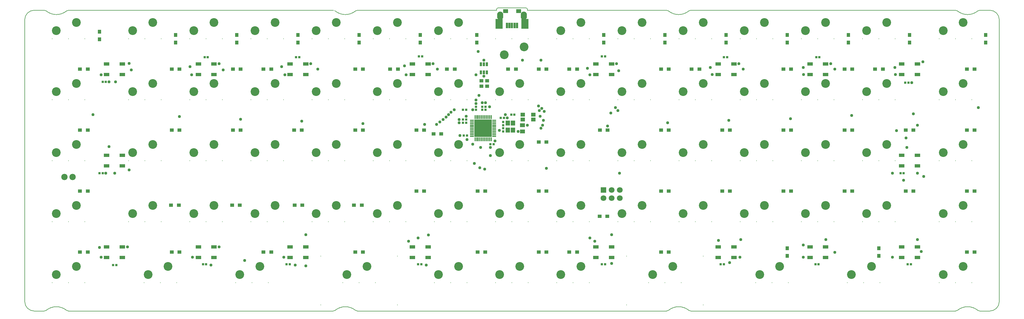
<source format=gbs>
G04*
G04 #@! TF.GenerationSoftware,Altium Limited,Altium Designer,20.2.6 (244)*
G04*
G04 Layer_Color=16711935*
%FSLAX43Y43*%
%MOMM*%
G71*
G04*
G04 #@! TF.SameCoordinates,1B96AE11-6956-4914-BCA9-E7287AB91291*
G04*
G04*
G04 #@! TF.FilePolarity,Negative*
G04*
G01*
G75*
%ADD10C,0.200*%
%ADD11C,0.013*%
%ADD12O,1.900X2.600*%
%ADD13C,2.740*%
%ADD14C,0.200*%
%ADD15R,1.800X1.800*%
%ADD16C,1.800*%
%ADD17C,1.978*%
%ADD18C,0.950*%
%ADD19C,0.900*%
%ADD52R,1.700X1.100*%
%ADD53R,0.700X1.800*%
%ADD54R,2.300X3.100*%
%ADD55R,1.500X1.200*%
%ADD56R,1.200X1.000*%
%ADD57R,0.800X0.800*%
%ADD58R,0.800X1.300*%
%ADD59R,1.000X1.200*%
%ADD60R,0.800X0.800*%
%ADD61R,1.200X1.100*%
%ADD62R,1.350X1.600*%
%ADD63R,1.600X1.200*%
%ADD64R,1.350X1.250*%
%ADD65R,5.500X5.500*%
%ADD66R,1.250X0.450*%
%ADD67R,0.450X1.250*%
D10*
X151775Y5900D02*
G03*
X148775Y8900I-3000J0D01*
G01*
Y-85098D02*
G03*
X151775Y-82098I0J3000D01*
G01*
X145083Y-84870D02*
G03*
X145718Y-85098I636J772D01*
G01*
X145083Y-84870D02*
G03*
X138727Y-84870I-3178J-3860D01*
G01*
X138092Y-85098D02*
G03*
X138727Y-84870I0J1000D01*
G01*
X55083D02*
G03*
X55718Y-85098I636J772D01*
G01*
X55083Y-84870D02*
G03*
X48727Y-84870I-3178J-3860D01*
G01*
X48092Y-85098D02*
G03*
X48727Y-84870I0J1000D01*
G01*
X-48727D02*
G03*
X-48092Y-85098I636J772D01*
G01*
X-48727Y-84870D02*
G03*
X-55083Y-84870I-3178J-3860D01*
G01*
X-55718Y-85098D02*
G03*
X-55083Y-84870I0J1000D01*
G01*
X-138727D02*
G03*
X-138092Y-85098I636J772D01*
G01*
X-138727Y-84870D02*
G03*
X-145083Y-84870I-3178J-3860D01*
G01*
X-145718Y-85098D02*
G03*
X-145083Y-84870I0J1000D01*
G01*
X-151775Y-82098D02*
G03*
X-148775Y-85098I3000J0D01*
G01*
Y8900D02*
G03*
X-151775Y5900I0J-3000D01*
G01*
X-145085Y8672D02*
G03*
X-145721Y8900I-636J-772D01*
G01*
X-145085Y8672D02*
G03*
X-138725Y8672I3180J3858D01*
G01*
X-138089Y8900D02*
G03*
X-138725Y8672I0J-1000D01*
G01*
X-55085D02*
G03*
X-48725Y8672I3180J3858D01*
G01*
X-48089Y8900D02*
G03*
X-48725Y8672I0J-1000D01*
G01*
X48725D02*
G03*
X48089Y8900I-636J-772D01*
G01*
X48725Y8672D02*
G03*
X55085Y8672I3180J3858D01*
G01*
X55721Y8900D02*
G03*
X55085Y8672I0J-1000D01*
G01*
X138725D02*
G03*
X138089Y8900I-636J-772D01*
G01*
X138725Y8672D02*
G03*
X145085Y8672I3180J3858D01*
G01*
X145721Y8900D02*
G03*
X145085Y8672I0J-1000D01*
G01*
X-4325Y9620D02*
G03*
X-4825Y9120I0J-500D01*
G01*
X4825Y9120D02*
G03*
X4325Y9620I-500J0D01*
G01*
X4825Y8900D02*
Y9120D01*
X151775Y-82098D02*
Y5900D01*
X145718Y-85098D02*
X148775D01*
X-151775Y-82098D02*
Y5900D01*
X-148775Y8900D02*
X-145721D01*
X-4825D02*
Y9120D01*
X-4325Y9620D02*
X4325D01*
X4825Y8900D02*
X48089D01*
X-48092Y-85098D02*
X48092D01*
X-138092D02*
X-55718D01*
X-148775D02*
X-145718D01*
X55718D02*
X138092D01*
X-48089Y8900D02*
X-4825D01*
X-138089D02*
X-55721D01*
X145721D02*
X148775D01*
X55721D02*
X138089D01*
D11*
X-55085Y8672D02*
G03*
X-55721Y8900I-636J-772D01*
G01*
D12*
X-3650Y7200D02*
D03*
X3650D02*
D03*
D13*
X59569Y-52129D02*
D03*
X53340Y-54610D02*
D03*
X-2419Y-5021D02*
D03*
X3810Y-2540D02*
D03*
X110490Y2540D02*
D03*
X116719Y5021D02*
D03*
Y-14029D02*
D03*
X110490Y-16510D02*
D03*
X-141923Y-35560D02*
D03*
X-135694Y-33079D02*
D03*
X110490Y-35560D02*
D03*
X116719Y-33079D02*
D03*
X134303Y-35560D02*
D03*
X140531Y-33079D02*
D03*
X15240Y-73660D02*
D03*
X21469Y-71179D02*
D03*
X50044D02*
D03*
X43815Y-73660D02*
D03*
X140531Y-71179D02*
D03*
X134303Y-73660D02*
D03*
X140531Y-14029D02*
D03*
X134303Y-16510D02*
D03*
X-51435Y-73660D02*
D03*
X-45206Y-71179D02*
D03*
X-118110Y2540D02*
D03*
X-111881Y5021D02*
D03*
X-92831D02*
D03*
X-99060Y2540D02*
D03*
X-80010D02*
D03*
X-73781Y5021D02*
D03*
X-54731D02*
D03*
X-60960Y2540D02*
D03*
X-41910D02*
D03*
X-35681Y5021D02*
D03*
X-16631D02*
D03*
X-22860Y2540D02*
D03*
X15240D02*
D03*
X21469Y5021D02*
D03*
X40519D02*
D03*
X34290Y2540D02*
D03*
X53340D02*
D03*
X59569Y5021D02*
D03*
X78619D02*
D03*
X72390Y2540D02*
D03*
X91440D02*
D03*
X97669Y5021D02*
D03*
X105728Y-73660D02*
D03*
X111956Y-71179D02*
D03*
X77152Y-73660D02*
D03*
X83381Y-71179D02*
D03*
X2419D02*
D03*
X-3810Y-73660D02*
D03*
X-16631Y-71179D02*
D03*
X-22860Y-73660D02*
D03*
X-84772D02*
D03*
X-78544Y-71179D02*
D03*
X-113348Y-73660D02*
D03*
X-107119Y-71179D02*
D03*
X-141923Y-73660D02*
D03*
X-135694Y-71179D02*
D03*
X-141923Y-54610D02*
D03*
X-135694Y-52129D02*
D03*
X-111881D02*
D03*
X-118110Y-54610D02*
D03*
X-92831Y-52129D02*
D03*
X-99060Y-54610D02*
D03*
X-73781Y-52129D02*
D03*
X-80010Y-54610D02*
D03*
X-54731Y-52129D02*
D03*
X-60960Y-54610D02*
D03*
X-35681Y-52129D02*
D03*
X-41910Y-54610D02*
D03*
X-16631Y-52129D02*
D03*
X-22860Y-54610D02*
D03*
X2419Y-52129D02*
D03*
X-3810Y-54610D02*
D03*
X21469Y-52129D02*
D03*
X15240Y-54610D02*
D03*
X40519Y-52129D02*
D03*
X34290Y-54610D02*
D03*
X78619Y-52129D02*
D03*
X72390Y-54610D02*
D03*
X97669Y-52129D02*
D03*
X91440Y-54610D02*
D03*
X116719Y-52129D02*
D03*
X110490Y-54610D02*
D03*
X134303D02*
D03*
X140531Y-52129D02*
D03*
X97669Y-33079D02*
D03*
X91440Y-35560D02*
D03*
X78619Y-33079D02*
D03*
X72390Y-35560D02*
D03*
X59569Y-33079D02*
D03*
X53340Y-35560D02*
D03*
X40519Y-33079D02*
D03*
X34290Y-35560D02*
D03*
X21469Y-33079D02*
D03*
X15240Y-35560D02*
D03*
X2419Y-33079D02*
D03*
X-3810Y-35560D02*
D03*
X-16631Y-33079D02*
D03*
X-22860Y-35560D02*
D03*
X-35681Y-33079D02*
D03*
X-41910Y-35560D02*
D03*
X-54731Y-33079D02*
D03*
X-60960Y-35560D02*
D03*
X-73781Y-33079D02*
D03*
X-80010Y-35560D02*
D03*
X-92831Y-33079D02*
D03*
X-99060Y-35560D02*
D03*
X-111881Y-33079D02*
D03*
X-118110Y-35560D02*
D03*
X-141923Y-16510D02*
D03*
X-135694Y-14029D02*
D03*
X-118110Y-16510D02*
D03*
X-111881Y-14029D02*
D03*
X-99060Y-16510D02*
D03*
X-92831Y-14029D02*
D03*
X-80010Y-16510D02*
D03*
X-73781Y-14029D02*
D03*
X-60960Y-16510D02*
D03*
X-54731Y-14029D02*
D03*
X-41910Y-16510D02*
D03*
X-35681Y-14029D02*
D03*
X-22860Y-16510D02*
D03*
X-16631Y-14029D02*
D03*
X-3810Y-16510D02*
D03*
X2419Y-14029D02*
D03*
X15240Y-16510D02*
D03*
X21469Y-14029D02*
D03*
X34290Y-16510D02*
D03*
X40519Y-14029D02*
D03*
X53340Y-16510D02*
D03*
X59569Y-14029D02*
D03*
X72390Y-16510D02*
D03*
X78619Y-14029D02*
D03*
X91440Y-16510D02*
D03*
X97669Y-14029D02*
D03*
X134303Y2540D02*
D03*
X140531Y5021D02*
D03*
X-141923Y2540D02*
D03*
X-135694Y5021D02*
D03*
D14*
X62230Y-57150D02*
D03*
X52070D02*
D03*
X57150D02*
D03*
X-5080Y0D02*
D03*
X5080D02*
D03*
X0D02*
D03*
X114300D02*
D03*
X109220D02*
D03*
X119380D02*
D03*
Y-19050D02*
D03*
X109220D02*
D03*
X114300D02*
D03*
X-138113Y-38100D02*
D03*
X-143193D02*
D03*
X-133033D02*
D03*
X114300D02*
D03*
X109220D02*
D03*
X119380D02*
D03*
X138113D02*
D03*
X133033D02*
D03*
X143193D02*
D03*
X19050Y-76200D02*
D03*
X13970D02*
D03*
X24130D02*
D03*
X52705D02*
D03*
X42545D02*
D03*
X47625D02*
D03*
X35687Y-83185D02*
D03*
Y-67945D02*
D03*
X59563Y-83185D02*
D03*
Y-67945D02*
D03*
X143193Y-76200D02*
D03*
X133033D02*
D03*
X138113D02*
D03*
X143193Y-19050D02*
D03*
X133033D02*
D03*
X138113D02*
D03*
X-35687Y-67945D02*
D03*
Y-83185D02*
D03*
X-59563Y-67945D02*
D03*
Y-83185D02*
D03*
X-47625Y-76200D02*
D03*
X-52705D02*
D03*
X-42545D02*
D03*
X-114300Y0D02*
D03*
X-119380D02*
D03*
X-109220D02*
D03*
X-90170D02*
D03*
X-100330D02*
D03*
X-95250D02*
D03*
X-76200D02*
D03*
X-81280D02*
D03*
X-71120D02*
D03*
X-52070D02*
D03*
X-62230D02*
D03*
X-57150D02*
D03*
X-38100D02*
D03*
X-43180D02*
D03*
X-33020D02*
D03*
X-13970D02*
D03*
X-24130D02*
D03*
X-19050D02*
D03*
X19050D02*
D03*
X13970D02*
D03*
X24130D02*
D03*
X43180D02*
D03*
X33020D02*
D03*
X38100D02*
D03*
X57150D02*
D03*
X52070D02*
D03*
X62230D02*
D03*
X81280D02*
D03*
X71120D02*
D03*
X76200D02*
D03*
X95250D02*
D03*
X90170D02*
D03*
X100330D02*
D03*
X109537Y-76200D02*
D03*
X104457D02*
D03*
X114618D02*
D03*
X80963D02*
D03*
X75882D02*
D03*
X86043D02*
D03*
X5080D02*
D03*
X-5080D02*
D03*
X0D02*
D03*
X-13970D02*
D03*
X-24130D02*
D03*
X-19050D02*
D03*
X-80963D02*
D03*
X-86043D02*
D03*
X-75882D02*
D03*
X-109537D02*
D03*
X-114618D02*
D03*
X-104457D02*
D03*
X-138113D02*
D03*
X-143193D02*
D03*
X-133033D02*
D03*
X-138113Y-57150D02*
D03*
X-143193D02*
D03*
X-133033D02*
D03*
X-109220D02*
D03*
X-119380D02*
D03*
X-114300D02*
D03*
X-90170D02*
D03*
X-100330D02*
D03*
X-95250D02*
D03*
X-71120D02*
D03*
X-81280D02*
D03*
X-76200D02*
D03*
X-52070D02*
D03*
X-62230D02*
D03*
X-57150D02*
D03*
X-33020D02*
D03*
X-43180D02*
D03*
X-38100D02*
D03*
X-13970D02*
D03*
X-24130D02*
D03*
X-19050D02*
D03*
X5080D02*
D03*
X-5080D02*
D03*
X0D02*
D03*
X24130D02*
D03*
X13970D02*
D03*
X19050D02*
D03*
X43180D02*
D03*
X33020D02*
D03*
X38100D02*
D03*
X81280D02*
D03*
X71120D02*
D03*
X76200D02*
D03*
X100330D02*
D03*
X90170D02*
D03*
X95250D02*
D03*
X119380D02*
D03*
X109220D02*
D03*
X114300D02*
D03*
X138113D02*
D03*
X133033D02*
D03*
X143193D02*
D03*
X100330Y-38100D02*
D03*
X90170D02*
D03*
X95250D02*
D03*
X81280D02*
D03*
X71120D02*
D03*
X76200D02*
D03*
X62230D02*
D03*
X52070D02*
D03*
X57150D02*
D03*
X43180D02*
D03*
X33020D02*
D03*
X38100D02*
D03*
X24130D02*
D03*
X13970D02*
D03*
X19050D02*
D03*
X5080D02*
D03*
X-5080D02*
D03*
X0D02*
D03*
X-13970D02*
D03*
X-24130D02*
D03*
X-19050D02*
D03*
X-33020D02*
D03*
X-43180D02*
D03*
X-38100D02*
D03*
X-52070D02*
D03*
X-62230D02*
D03*
X-57150D02*
D03*
X-71120D02*
D03*
X-81280D02*
D03*
X-76200D02*
D03*
X-90170D02*
D03*
X-100330D02*
D03*
X-95250D02*
D03*
X-109220D02*
D03*
X-119380D02*
D03*
X-114300D02*
D03*
X-138113Y-19050D02*
D03*
X-143193D02*
D03*
X-133033D02*
D03*
X-114300D02*
D03*
X-119380D02*
D03*
X-109220D02*
D03*
X-95250D02*
D03*
X-100330D02*
D03*
X-90170D02*
D03*
X-76200D02*
D03*
X-81280D02*
D03*
X-71120D02*
D03*
X-57150D02*
D03*
X-62230D02*
D03*
X-52070D02*
D03*
X-38100D02*
D03*
X-43180D02*
D03*
X-33020D02*
D03*
X-19050D02*
D03*
X-24130D02*
D03*
X-13970D02*
D03*
X0D02*
D03*
X-5080D02*
D03*
X5080D02*
D03*
X19050D02*
D03*
X13970D02*
D03*
X24130D02*
D03*
X38100D02*
D03*
X33020D02*
D03*
X43180D02*
D03*
X57150D02*
D03*
X52070D02*
D03*
X62230D02*
D03*
X76200D02*
D03*
X71120D02*
D03*
X81280D02*
D03*
X95250D02*
D03*
X90170D02*
D03*
X100330D02*
D03*
X138113Y0D02*
D03*
X133033D02*
D03*
X143193D02*
D03*
X-138113D02*
D03*
X-143193D02*
D03*
X-133033D02*
D03*
D15*
X28460Y-47230D02*
D03*
D16*
Y-49770D02*
D03*
X31000Y-47230D02*
D03*
Y-49770D02*
D03*
X33540Y-47230D02*
D03*
Y-49770D02*
D03*
D17*
X-136842Y-43180D02*
D03*
X-139383D02*
D03*
D18*
X-8750Y-11750D02*
D03*
Y-6750D02*
D03*
X-14000Y-31500D02*
D03*
X-16250Y-30250D02*
D03*
X-10250Y-17750D02*
D03*
X-8250Y-20000D02*
D03*
X-9250D02*
D03*
X71000Y-68250D02*
D03*
X-29250Y-62250D02*
D03*
X-11250Y-11250D02*
D03*
X-10500Y-4000D02*
D03*
X23500Y-9275D02*
D03*
X32250Y-21500D02*
D03*
X33000Y-22500D02*
D03*
X30750Y-23250D02*
D03*
X48500Y-26250D02*
D03*
X9750Y-25475D02*
D03*
X29750Y-27250D02*
D03*
X10000Y-22750D02*
D03*
X8500Y-22500D02*
D03*
X9250Y-21750D02*
D03*
X8250Y-21000D02*
D03*
X33500Y-42000D02*
D03*
X-11250Y-19196D02*
D03*
X-12250Y-33000D02*
D03*
X-11750Y-39000D02*
D03*
X-9750Y-34000D02*
D03*
X-10048Y-40298D02*
D03*
X-8500Y-40750D02*
D03*
X-6758Y-36500D02*
D03*
X-5250Y-31975D02*
D03*
X-6750Y-34000D02*
D03*
X1942Y-29000D02*
D03*
X4750Y-27000D02*
D03*
X10750Y-40500D02*
D03*
X-125500Y-13500D02*
D03*
X-123500D02*
D03*
X-123750Y-42007D02*
D03*
X-126500Y-42000D02*
D03*
X-128493Y-65243D02*
D03*
X-128000Y-68250D02*
D03*
X-64225Y-70975D02*
D03*
X122000Y-44250D02*
D03*
X124500Y-13750D02*
D03*
X125025Y-23469D02*
D03*
X9000Y-6750D02*
D03*
X3250D02*
D03*
X-103575Y-24324D02*
D03*
X-84525Y-25208D02*
D03*
X-65475Y-25732D02*
D03*
X-46425Y-26525D02*
D03*
X-2089Y-23750D02*
D03*
X-7000Y-21250D02*
D03*
X-12221Y-22221D02*
D03*
X9000Y-28000D02*
D03*
X9500Y-27000D02*
D03*
X-3915Y-28665D02*
D03*
X8750Y-24250D02*
D03*
X-14250D02*
D03*
X-23500Y-26750D02*
D03*
X-27250Y-26768D02*
D03*
X-21500Y-25250D02*
D03*
X-20500Y-24500D02*
D03*
X-16500Y-26250D02*
D03*
X-22500Y-26000D02*
D03*
X-18000Y-22250D02*
D03*
X-19750Y-23750D02*
D03*
X-19000Y-23000D02*
D03*
X86750Y-25000D02*
D03*
X118500Y-42000D02*
D03*
X128250Y-43000D02*
D03*
X-91238Y-7812D02*
D03*
X-62662D02*
D03*
X-24562D02*
D03*
X32588D02*
D03*
X99262D02*
D03*
X70688D02*
D03*
X128000Y-7250D02*
D03*
X-33500Y-8525D02*
D03*
X-119250Y-7750D02*
D03*
X-100325Y-8750D02*
D03*
X-71750D02*
D03*
X-118575Y-9750D02*
D03*
X-90000D02*
D03*
X-60500Y-9500D02*
D03*
X-23250D02*
D03*
X-128000Y-11250D02*
D03*
X-99750D02*
D03*
X-70750D02*
D03*
X-33000D02*
D03*
X61750Y-9000D02*
D03*
X33250Y-10000D02*
D03*
X90750Y-9000D02*
D03*
X72000Y-9500D02*
D03*
X100500D02*
D03*
X119250Y-9000D02*
D03*
X126262Y-41987D02*
D03*
X-67500Y-70750D02*
D03*
X-83250Y-69250D02*
D03*
X-91262Y-65012D02*
D03*
X-93750Y-70750D02*
D03*
X-99500Y-68250D02*
D03*
X-26750Y-70750D02*
D03*
X-32250Y-63250D02*
D03*
X31013Y-70238D02*
D03*
X25750Y-63250D02*
D03*
X67750Y-70000D02*
D03*
X64294Y-63000D02*
D03*
X100500Y-66750D02*
D03*
X90750Y-64500D02*
D03*
X127500Y-66500D02*
D03*
X119750Y-28750D02*
D03*
X123000Y-34000D02*
D03*
X126250Y-27000D02*
D03*
X122750Y-31000D02*
D03*
X97750Y-62750D02*
D03*
X71250D02*
D03*
X31013Y-61263D02*
D03*
X-26062Y-61312D02*
D03*
X-64250Y-61250D02*
D03*
X-119762Y-65012D02*
D03*
X126262Y-62763D02*
D03*
X24250Y-62250D02*
D03*
X90825Y-11175D02*
D03*
X62325D02*
D03*
X24250Y-11250D02*
D03*
X119425Y-11175D02*
D03*
X118500Y-68250D02*
D03*
X90750D02*
D03*
X-71044D02*
D03*
X-1500Y-24750D02*
D03*
X67500Y-25500D02*
D03*
X105750Y-24000D02*
D03*
X145250Y-21500D02*
D03*
X-119250Y-41000D02*
D03*
X-125500Y-33750D02*
D03*
X-16500Y-25250D02*
D03*
X-130500Y-23733D02*
D03*
X-11250Y-20250D02*
D03*
D19*
X-7350Y-29650D02*
D03*
Y-28550D02*
D03*
Y-27450D02*
D03*
Y-26350D02*
D03*
X-8450Y-29650D02*
D03*
Y-28550D02*
D03*
Y-27450D02*
D03*
Y-26350D02*
D03*
X-9550Y-29650D02*
D03*
Y-28550D02*
D03*
Y-27450D02*
D03*
Y-26350D02*
D03*
X-10650Y-29650D02*
D03*
Y-28550D02*
D03*
Y-27450D02*
D03*
Y-26350D02*
D03*
D52*
X121375Y-39750D02*
D03*
X121375Y-36450D02*
D03*
X126275D02*
D03*
X126275Y-39750D02*
D03*
Y-11175D02*
D03*
X126275Y-7875D02*
D03*
X121375D02*
D03*
X121375Y-11175D02*
D03*
X92800D02*
D03*
X92800Y-7875D02*
D03*
X97700D02*
D03*
X97700Y-11175D02*
D03*
X69125D02*
D03*
X69125Y-7875D02*
D03*
X64225D02*
D03*
X64225Y-11175D02*
D03*
X26125D02*
D03*
X26125Y-7875D02*
D03*
X31025D02*
D03*
X31025Y-11175D02*
D03*
X-26125D02*
D03*
X-26125Y-7875D02*
D03*
X-31025D02*
D03*
X-31025Y-11175D02*
D03*
X-69125D02*
D03*
X-69125Y-7875D02*
D03*
X-64225D02*
D03*
X-64225Y-11175D02*
D03*
X-92800D02*
D03*
X-92800Y-7875D02*
D03*
X-97700D02*
D03*
X-97700Y-11175D02*
D03*
X-126275D02*
D03*
X-126275Y-7875D02*
D03*
X-121375D02*
D03*
X-121375Y-11175D02*
D03*
Y-39750D02*
D03*
X-121375Y-36450D02*
D03*
X-126275D02*
D03*
X-126275Y-39750D02*
D03*
Y-68325D02*
D03*
X-126275Y-65025D02*
D03*
X-121375D02*
D03*
X-121375Y-68325D02*
D03*
X-92800D02*
D03*
X-92800Y-65025D02*
D03*
X-97700D02*
D03*
X-97700Y-68325D02*
D03*
X-69125D02*
D03*
X-69125Y-65025D02*
D03*
X-64225D02*
D03*
X-64225Y-68325D02*
D03*
X-26125D02*
D03*
X-26125Y-65025D02*
D03*
X-31025D02*
D03*
X-31025Y-68325D02*
D03*
X26125D02*
D03*
X26125Y-65025D02*
D03*
X31025D02*
D03*
X31025Y-68325D02*
D03*
X69125D02*
D03*
X69125Y-65025D02*
D03*
X64225D02*
D03*
X64225Y-68325D02*
D03*
X92800D02*
D03*
X92800Y-65025D02*
D03*
X97700D02*
D03*
X97700Y-68325D02*
D03*
X126275D02*
D03*
X126275Y-65025D02*
D03*
X121375D02*
D03*
X121375Y-68325D02*
D03*
D53*
X1600Y4100D02*
D03*
X800D02*
D03*
X-800D02*
D03*
X-1600D02*
D03*
X0D02*
D03*
D54*
X4000Y4600D02*
D03*
X-4000D02*
D03*
D55*
X2100Y8600D02*
D03*
X-2000D02*
D03*
D56*
X10725Y-47625D02*
D03*
X8325D02*
D03*
X-22050Y-29750D02*
D03*
X-24450D02*
D03*
X-29775Y-28575D02*
D03*
X-27375D02*
D03*
X29700Y-55500D02*
D03*
X27300D02*
D03*
X-46800Y-52000D02*
D03*
X-49200D02*
D03*
X-65300D02*
D03*
X-67700D02*
D03*
X-103800D02*
D03*
X-106200D02*
D03*
X-84800D02*
D03*
X-87200D02*
D03*
X-10725Y-47625D02*
D03*
X-8325D02*
D03*
X84525D02*
D03*
X86925D02*
D03*
X46425D02*
D03*
X48825D02*
D03*
X65475D02*
D03*
X67875D02*
D03*
X-37950Y-9500D02*
D03*
X-35550D02*
D03*
X8300Y-32250D02*
D03*
X10700D02*
D03*
X8325Y-9525D02*
D03*
X10725D02*
D03*
X-1200D02*
D03*
X1200D02*
D03*
X144075Y-66675D02*
D03*
X141675D02*
D03*
X-48825Y-28575D02*
D03*
X-46425D02*
D03*
X-67875D02*
D03*
X-65475D02*
D03*
X-86925Y-9525D02*
D03*
X-84525D02*
D03*
X-105975D02*
D03*
X-103575D02*
D03*
X-134550D02*
D03*
X-132150D02*
D03*
X-20250D02*
D03*
X-17850D02*
D03*
X-48825D02*
D03*
X-46425D02*
D03*
X-77400D02*
D03*
X-75000D02*
D03*
X103575D02*
D03*
X105975D02*
D03*
X86925D02*
D03*
X84525D02*
D03*
X55950D02*
D03*
X58350D02*
D03*
X46425D02*
D03*
X48825D02*
D03*
X17850D02*
D03*
X20250D02*
D03*
X-86925Y-28575D02*
D03*
X-84525D02*
D03*
X-105975D02*
D03*
X-103575D02*
D03*
X-134550D02*
D03*
X-132150D02*
D03*
X141675Y-9525D02*
D03*
X144075D02*
D03*
X113100D02*
D03*
X115500D02*
D03*
X46425Y-66675D02*
D03*
X48825D02*
D03*
X17850D02*
D03*
X20250D02*
D03*
X8325D02*
D03*
X10725D02*
D03*
X-10725D02*
D03*
X-8325D02*
D03*
X-48825D02*
D03*
X-46425D02*
D03*
X-75000D02*
D03*
X-77400D02*
D03*
X-105975D02*
D03*
X-103575D02*
D03*
X-134550D02*
D03*
X-132150D02*
D03*
X141675Y-47625D02*
D03*
X144075D02*
D03*
X122625D02*
D03*
X125025D02*
D03*
X103575D02*
D03*
X105975D02*
D03*
X-29775D02*
D03*
X-27375D02*
D03*
X-134550D02*
D03*
X-132150D02*
D03*
X141675Y-28575D02*
D03*
X144075D02*
D03*
X122625D02*
D03*
X125025D02*
D03*
X103575D02*
D03*
X105975D02*
D03*
X84525D02*
D03*
X86925D02*
D03*
X65475D02*
D03*
X67875D02*
D03*
X46425D02*
D03*
X48825D02*
D03*
X27375D02*
D03*
X29775D02*
D03*
D57*
X-250Y-23750D02*
D03*
X750D02*
D03*
X-15250Y-22250D02*
D03*
X-14250D02*
D03*
X-66250Y-5750D02*
D03*
X-67250D02*
D03*
X-28000Y-5500D02*
D03*
X-29000D02*
D03*
X67000Y-5750D02*
D03*
X66000D02*
D03*
X95750D02*
D03*
X94750D02*
D03*
X-3500Y-24750D02*
D03*
X-2500D02*
D03*
X-14250Y-25250D02*
D03*
X-15250D02*
D03*
X-14250Y-26250D02*
D03*
X-15250D02*
D03*
X-6750Y-33000D02*
D03*
X-5750D02*
D03*
X-14000Y-30250D02*
D03*
X-15000D02*
D03*
X-95250Y-70500D02*
D03*
X-96250D02*
D03*
X28000Y-5500D02*
D03*
X29000D02*
D03*
X122500Y-13750D02*
D03*
X123500D02*
D03*
X121000Y-42000D02*
D03*
X122000D02*
D03*
X123250Y-70500D02*
D03*
X124250D02*
D03*
X94500D02*
D03*
X95500D02*
D03*
X28000D02*
D03*
X29000D02*
D03*
X-29250D02*
D03*
X-28250D02*
D03*
X65000D02*
D03*
X66000D02*
D03*
X-70250D02*
D03*
X-69250D02*
D03*
X-124250Y-70750D02*
D03*
X-123250D02*
D03*
X-95750Y-5750D02*
D03*
X-94750D02*
D03*
X-127500Y-13500D02*
D03*
X-126500D02*
D03*
X-128500Y-42000D02*
D03*
X-127500D02*
D03*
D58*
X-9700Y-8000D02*
D03*
X-8750D02*
D03*
X-7800D02*
D03*
Y-10500D02*
D03*
X-8750D02*
D03*
X-9700D02*
D03*
D59*
X-11000Y-1200D02*
D03*
Y1200D02*
D03*
X-66675D02*
D03*
Y-1200D02*
D03*
X28575Y1200D02*
D03*
Y-1200D02*
D03*
X114300Y-67875D02*
D03*
Y-65475D02*
D03*
X-28575Y1200D02*
D03*
Y-1200D02*
D03*
X-47625Y1200D02*
D03*
Y-1200D02*
D03*
X-85725Y1200D02*
D03*
Y-1200D02*
D03*
X-104775Y1200D02*
D03*
Y-1200D02*
D03*
X-128500Y2200D02*
D03*
Y-200D02*
D03*
X104775Y1200D02*
D03*
Y-1200D02*
D03*
X85725Y1200D02*
D03*
Y-1200D02*
D03*
X66675Y1200D02*
D03*
Y-1200D02*
D03*
X47625Y1200D02*
D03*
Y-1200D02*
D03*
X147500Y1200D02*
D03*
Y-1200D02*
D03*
X123825Y1200D02*
D03*
Y-1200D02*
D03*
X85725Y-67875D02*
D03*
Y-65475D02*
D03*
D60*
X-9250Y-22250D02*
D03*
Y-21250D02*
D03*
X-8250Y-22250D02*
D03*
Y-21250D02*
D03*
X-11250Y-22250D02*
D03*
Y-21250D02*
D03*
X-2750Y-26000D02*
D03*
Y-27000D02*
D03*
Y-28000D02*
D03*
Y-29000D02*
D03*
D61*
X-9500Y-14850D02*
D03*
Y-13150D02*
D03*
X-7750Y-14850D02*
D03*
Y-13150D02*
D03*
D62*
X300Y-26400D02*
D03*
Y-28600D02*
D03*
X-1300D02*
D03*
Y-26400D02*
D03*
D63*
X3250Y-29000D02*
D03*
Y-27000D02*
D03*
D64*
X3325Y-25225D02*
D03*
Y-23775D02*
D03*
X6675Y-25225D02*
D03*
Y-23775D02*
D03*
D65*
X-9000Y-28000D02*
D03*
D66*
X-12475Y-25500D02*
D03*
Y-26000D02*
D03*
Y-26500D02*
D03*
Y-27000D02*
D03*
Y-27500D02*
D03*
Y-28000D02*
D03*
Y-28500D02*
D03*
Y-29000D02*
D03*
Y-29500D02*
D03*
Y-30000D02*
D03*
Y-30500D02*
D03*
X-5525D02*
D03*
Y-30000D02*
D03*
Y-29500D02*
D03*
Y-29000D02*
D03*
Y-28500D02*
D03*
Y-28000D02*
D03*
Y-27500D02*
D03*
Y-27000D02*
D03*
Y-26500D02*
D03*
Y-26000D02*
D03*
Y-25500D02*
D03*
D67*
X-11500Y-31475D02*
D03*
X-11000D02*
D03*
X-10500D02*
D03*
X-10000D02*
D03*
X-9500D02*
D03*
X-9000D02*
D03*
X-8500D02*
D03*
X-8000D02*
D03*
X-7500D02*
D03*
X-7000D02*
D03*
X-6500D02*
D03*
Y-24525D02*
D03*
X-7000D02*
D03*
X-7500D02*
D03*
X-8000D02*
D03*
X-8500D02*
D03*
X-9000D02*
D03*
X-9500D02*
D03*
X-10000D02*
D03*
X-10500D02*
D03*
X-11000D02*
D03*
X-11500D02*
D03*
M02*

</source>
